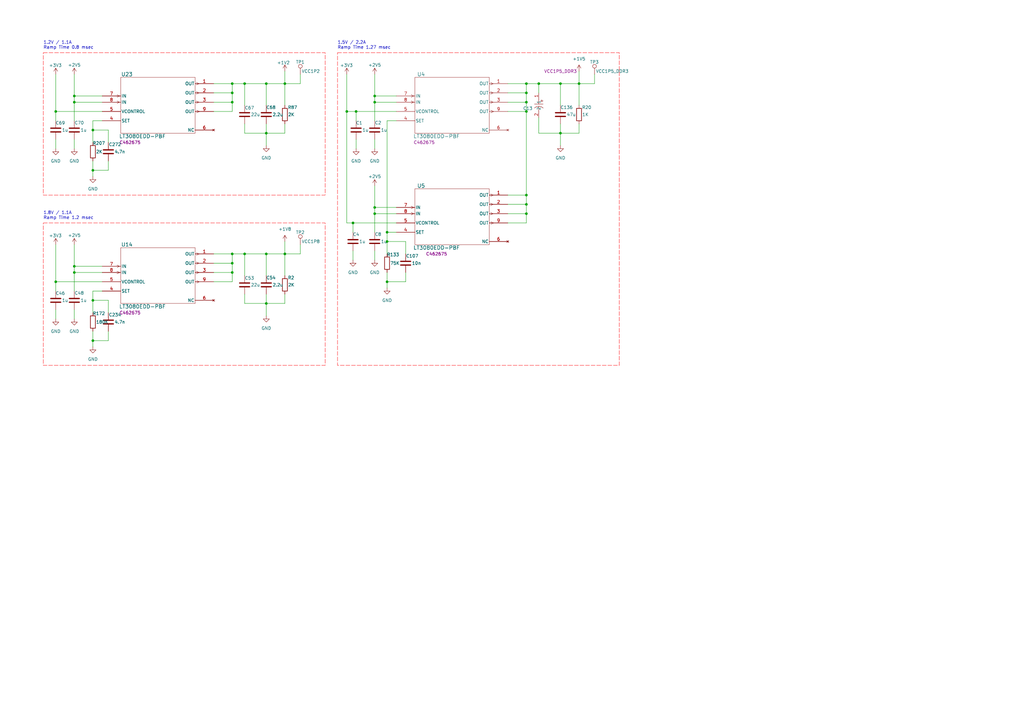
<source format=kicad_sch>
(kicad_sch (version 20230121) (generator eeschema)
  (paper "A3")
  (title_block (title "Shell-Shock Board") (date "2026-02-07") (company "Nordfix") (comment 1 "Power - 1.2V, 1.5V, 1.9V, 9V "))
  (lib_symbols
    (symbol "Connector:TestPoint" (pin_numbers hide) (pin_names (offset 0.762) hide)
      (property "Reference" "TP" (at 0 6.858 0))
      (property "Value" "TestPoint" (at 0 5.08 0))
      (symbol "TestPoint_0_1"
        (circle (center 0 3.302) (radius 0.762))
      )
      (symbol "TestPoint_1_1"
        (pin passive line (at 0 0 90) (length 2.54) (name "1") (number "1"))
      )
    )
    (symbol "Device:C" (pin_numbers hide) (pin_names (offset 0.254))
      (property "Reference" "C" (at 0.635 2.54 0))
      (property "Value" "C" (at 0.635 -2.54 0))
      (symbol "C_0_1"
        (polyline (pts (xy -2.032 -0.762) (xy 2.032 -0.762)) (stroke (width 0.508)))
        (polyline (pts (xy -2.032 0.762) (xy 2.032 0.762)) (stroke (width 0.508)))
      )
      (symbol "C_1_1"
        (pin passive line (at 0 3.81 270) (length 2.794) (name "~") (number "1"))
        (pin passive line (at 0 -3.81 90) (length 2.794) (name "~") (number "2"))
      )
    )
    (symbol "Device:R" (pin_numbers hide) (pin_names (offset 0))
      (property "Reference" "R" (at 2.032 0 90))
      (property "Value" "R" (at 0 0 90))
      (symbol "R_0_1"
        (rectangle (start -1.016 -2.54) (end 1.016 2.54) (stroke (width 0.254)))
      )
      (symbol "R_1_1"
        (pin passive line (at 0 3.81 270) (length 1.27) (name "~") (number "1"))
        (pin passive line (at 0 -3.81 90) (length 1.27) (name "~") (number "2"))
      )
    )
    (symbol "LCSC:T520A107M006ATE070"
      (property "Reference" "C" (at 0 5.08 0))
      (property "Value" "T520A107M006ATE070" (at 0 -5.08 0))
      (symbol "T520A107M006ATE070_0_1"
        (polyline (pts (xy -2.54 0) (xy -0.51 0)))
        (polyline (pts (xy -2.29 1.27) (xy -1.27 1.27)))
        (polyline (pts (xy -1.78 1.78) (xy -1.78 0.76)))
        (polyline (pts (xy -0.51 1.78) (xy -0.51 -1.78)))
        (polyline (pts (xy 0.51 0) (xy 2.54 0)))
        (arc (start 1.15 1.79) (mid 0.4221 0.024) (end 1.13 -1.75))
        (pin input line (at -5.08 0 0) (length 2.54) (name "1") (number "1"))
        (pin input line (at 5.08 0 180) (length 2.54) (name "2") (number "2"))
      )
    )
    (symbol "LT3080:LT3080EDD-PBF" (pin_names (offset 0.254))
      (property "Reference" "U1" (at 10.16 6.35 0))
      (property "Value" "LT3080EDD-PBF" (at 16.51 -19.05 0))
      (symbol "LT3080EDD-PBF_0_1"
        (polyline (pts (xy 7.0993 -5.08) (xy 6.0579 -5.6007)) (stroke (width 0.127)))
        (polyline (pts (xy 7.0993 -5.08) (xy 6.0579 -4.5593)) (stroke (width 0.127)))
        (polyline (pts (xy 7.0993 -2.54) (xy 6.0579 -3.0607)) (stroke (width 0.127)))
        (polyline (pts (xy 7.0993 -2.54) (xy 6.0579 -2.0193)) (stroke (width 0.127)))
        (polyline (pts (xy 7.62 -17.78) (xy 38.1 -17.78)) (stroke (width 0.127)))
        (polyline (pts (xy 7.62 5.08) (xy 7.62 -17.78)) (stroke (width 0.127)))
        (polyline (pts (xy 38.1 -17.78) (xy 38.1 5.08)) (stroke (width 0.127)))
        (polyline (pts (xy 38.1 5.08) (xy 7.62 5.08)) (stroke (width 0.127)))
        (polyline (pts (xy 38.6207 -5.6007) (xy 39.6621 -5.08)) (stroke (width 0.127)))
        (polyline (pts (xy 38.6207 -4.5593) (xy 39.6621 -5.08)) (stroke (width 0.127)))
        (polyline (pts (xy 38.6207 -1.7907) (xy 39.6621 -1.27)) (stroke (width 0.127)))
        (polyline (pts (xy 38.6207 -0.7493) (xy 39.6621 -1.27)) (stroke (width 0.127)))
        (polyline (pts (xy 38.6428 1.9897) (xy 39.6842 2.5104)) (stroke (width 0.127)))
        (polyline (pts (xy 38.6428 3.0311) (xy 39.6842 2.5104)) (stroke (width 0.127)))
        (polyline (pts (xy 38.749 -9.4309) (xy 39.7904 -8.9102)) (stroke (width 0.127)))
        (polyline (pts (xy 38.749 -8.3895) (xy 39.7904 -8.9102)) (stroke (width 0.127)))
        (pin output line (at 45.72 2.54 180) (length 7.62) (name "OUT") (number "1"))
        (pin output line (at 45.72 -1.27 180) (length 7.62) (name "OUT") (number "2"))
        (pin output line (at 45.72 -5.08 180) (length 7.62) (name "OUT") (number "3"))
        (pin input line (at 0 -12.7 0) (length 7.62) (name "SET") (number "4"))
        (pin power_in line (at 0 -8.89 0) (length 7.62) (name "VCONTROL") (number "5"))
        (pin no_connect line (at 45.72 -16.51 180) (length 7.62) (name "NC") (number "6"))
        (pin input line (at 0 -2.54 0) (length 7.62) (name "IN") (number "7"))
        (pin input line (at 0 -5.08 0) (length 7.62) (name "IN") (number "8"))
      )
      (symbol "LT3080EDD-PBF_1_1"
        (pin output line (at 45.72 -8.89 180) (length 7.62) (name "OUT") (number "9"))
      )
    )
    (symbol "LT3080EDD-PBF_1" (pin_names (offset 0.254))
      (property "Reference" "U14" (at 10.16 6.35 0))
      (property "Value" "LT3080EDD-PBF" (at 16.51 -19.05 0))
      (symbol "LT3080EDD-PBF_1_0_1"
        (polyline (pts (xy 7.0993 -5.08) (xy 6.0579 -5.6007)) (stroke (width 0.127)))
        (polyline (pts (xy 7.0993 -5.08) (xy 6.0579 -4.5593)) (stroke (width 0.127)))
        (polyline (pts (xy 7.0993 -2.54) (xy 6.0579 -3.0607)) (stroke (width 0.127)))
        (polyline (pts (xy 7.0993 -2.54) (xy 6.0579 -2.0193)) (stroke (width 0.127)))
        (polyline (pts (xy 7.62 -17.78) (xy 38.1 -17.78)) (stroke (width 0.127)))
        (polyline (pts (xy 7.62 5.08) (xy 7.62 -17.78)) (stroke (width 0.127)))
        (polyline (pts (xy 38.1 -17.78) (xy 38.1 5.08)) (stroke (width 0.127)))
        (polyline (pts (xy 38.1 5.08) (xy 7.62 5.08)) (stroke (width 0.127)))
        (polyline (pts (xy 38.6207 -5.6007) (xy 39.6621 -5.08)) (stroke (width 0.127)))
        (polyline (pts (xy 38.6207 -4.5593) (xy 39.6621 -5.08)) (stroke (width 0.127)))
        (polyline (pts (xy 38.6207 -1.7907) (xy 39.6621 -1.27)) (stroke (width 0.127)))
        (polyline (pts (xy 38.6207 -0.7493) (xy 39.6621 -1.27)) (stroke (width 0.127)))
        (polyline (pts (xy 38.6428 1.9897) (xy 39.6842 2.5104)) (stroke (width 0.127)))
        (polyline (pts (xy 38.6428 3.0311) (xy 39.6842 2.5104)) (stroke (width 0.127)))
        (polyline (pts (xy 38.749 -9.4309) (xy 39.7904 -8.9102)) (stroke (width 0.127)))
        (polyline (pts (xy 38.749 -8.3895) (xy 39.7904 -8.9102)) (stroke (width 0.127)))
        (pin output line (at 45.72 2.54 180) (length 7.62) (name "OUT") (number "1"))
        (pin output line (at 45.72 -1.27 180) (length 7.62) (name "OUT") (number "2"))
        (pin output line (at 45.72 -5.08 180) (length 7.62) (name "OUT") (number "3"))
        (pin input line (at 0 -12.7 0) (length 7.62) (name "SET") (number "4"))
        (pin power_in line (at 0 -8.89 0) (length 7.62) (name "VCONTROL") (number "5"))
        (pin no_connect line (at 45.72 -16.51 180) (length 7.62) (name "NC") (number "6"))
        (pin input line (at 0 -2.54 0) (length 7.62) (name "IN") (number "7"))
        (pin input line (at 0 -5.08 0) (length 7.62) (name "IN") (number "8"))
      )
      (symbol "LT3080EDD-PBF_1_1_1"
        (pin output line (at 45.72 -8.89 180) (length 7.62) (name "OUT") (number "9"))
      )
    )
    (symbol "LT3080EDD-PBF_2" (pin_names (offset 0.254))
      (property "Reference" "U1" (at 10.16 6.35 0))
      (property "Value" "LT3080EDD-PBF" (at 16.51 -19.05 0))
      (symbol "LT3080EDD-PBF_2_0_1"
        (polyline (pts (xy 7.0993 -5.08) (xy 6.0579 -5.6007)) (stroke (width 0.127)))
        (polyline (pts (xy 7.0993 -5.08) (xy 6.0579 -4.5593)) (stroke (width 0.127)))
        (polyline (pts (xy 7.0993 -2.54) (xy 6.0579 -3.0607)) (stroke (width 0.127)))
        (polyline (pts (xy 7.0993 -2.54) (xy 6.0579 -2.0193)) (stroke (width 0.127)))
        (polyline (pts (xy 7.62 -17.78) (xy 38.1 -17.78)) (stroke (width 0.127)))
        (polyline (pts (xy 7.62 5.08) (xy 7.62 -17.78)) (stroke (width 0.127)))
        (polyline (pts (xy 38.1 -17.78) (xy 38.1 5.08)) (stroke (width 0.127)))
        (polyline (pts (xy 38.1 5.08) (xy 7.62 5.08)) (stroke (width 0.127)))
        (polyline (pts (xy 38.6207 -5.6007) (xy 39.6621 -5.08)) (stroke (width 0.127)))
        (polyline (pts (xy 38.6207 -4.5593) (xy 39.6621 -5.08)) (stroke (width 0.127)))
        (polyline (pts (xy 38.6207 -1.7907) (xy 39.6621 -1.27)) (stroke (width 0.127)))
        (polyline (pts (xy 38.6207 -0.7493) (xy 39.6621 -1.27)) (stroke (width 0.127)))
        (polyline (pts (xy 38.6428 1.9897) (xy 39.6842 2.5104)) (stroke (width 0.127)))
        (polyline (pts (xy 38.6428 3.0311) (xy 39.6842 2.5104)) (stroke (width 0.127)))
        (polyline (pts (xy 38.749 -9.4309) (xy 39.7904 -8.9102)) (stroke (width 0.127)))
        (polyline (pts (xy 38.749 -8.3895) (xy 39.7904 -8.9102)) (stroke (width 0.127)))
        (pin output line (at 45.72 2.54 180) (length 7.62) (name "OUT") (number "1"))
        (pin output line (at 45.72 -1.27 180) (length 7.62) (name "OUT") (number "2"))
        (pin output line (at 45.72 -5.08 180) (length 7.62) (name "OUT") (number "3"))
        (pin input line (at 0 -12.7 0) (length 7.62) (name "SET") (number "4"))
        (pin power_in line (at 0 -8.89 0) (length 7.62) (name "VCONTROL") (number "5"))
        (pin no_connect line (at 45.72 -16.51 180) (length 7.62) (name "NC") (number "6"))
        (pin input line (at 0 -2.54 0) (length 7.62) (name "IN") (number "7"))
        (pin input line (at 0 -5.08 0) (length 7.62) (name "IN") (number "8"))
      )
      (symbol "LT3080EDD-PBF_2_1_1"
        (pin output line (at 45.72 -8.89 180) (length 7.62) (name "OUT") (number "9"))
      )
    )
    (symbol "LT3080EDD-PBF_3" (pin_names (offset 0.254))
      (property "Reference" "U1" (at 10.16 6.35 0))
      (property "Value" "LT3080EDD-PBF" (at 16.51 -19.05 0))
      (symbol "LT3080EDD-PBF_3_0_1"
        (polyline (pts (xy 7.0993 -5.08) (xy 6.0579 -5.6007)) (stroke (width 0.127)))
        (polyline (pts (xy 7.0993 -5.08) (xy 6.0579 -4.5593)) (stroke (width 0.127)))
        (polyline (pts (xy 7.0993 -2.54) (xy 6.0579 -3.0607)) (stroke (width 0.127)))
        (polyline (pts (xy 7.0993 -2.54) (xy 6.0579 -2.0193)) (stroke (width 0.127)))
        (polyline (pts (xy 7.62 -17.78) (xy 38.1 -17.78)) (stroke (width 0.127)))
        (polyline (pts (xy 7.62 5.08) (xy 7.62 -17.78)) (stroke (width 0.127)))
        (polyline (pts (xy 38.1 -17.78) (xy 38.1 5.08)) (stroke (width 0.127)))
        (polyline (pts (xy 38.1 5.08) (xy 7.62 5.08)) (stroke (width 0.127)))
        (polyline (pts (xy 38.6207 -5.6007) (xy 39.6621 -5.08)) (stroke (width 0.127)))
        (polyline (pts (xy 38.6207 -4.5593) (xy 39.6621 -5.08)) (stroke (width 0.127)))
        (polyline (pts (xy 38.6207 -1.7907) (xy 39.6621 -1.27)) (stroke (width 0.127)))
        (polyline (pts (xy 38.6207 -0.7493) (xy 39.6621 -1.27)) (stroke (width 0.127)))
        (polyline (pts (xy 38.6428 1.9897) (xy 39.6842 2.5104)) (stroke (width 0.127)))
        (polyline (pts (xy 38.6428 3.0311) (xy 39.6842 2.5104)) (stroke (width 0.127)))
        (polyline (pts (xy 38.749 -9.4309) (xy 39.7904 -8.9102)) (stroke (width 0.127)))
        (polyline (pts (xy 38.749 -8.3895) (xy 39.7904 -8.9102)) (stroke (width 0.127)))
        (pin output line (at 45.72 2.54 180) (length 7.62) (name "OUT") (number "1"))
        (pin output line (at 45.72 -1.27 180) (length 7.62) (name "OUT") (number "2"))
        (pin output line (at 45.72 -5.08 180) (length 7.62) (name "OUT") (number "3"))
        (pin input line (at 0 -12.7 0) (length 7.62) (name "SET") (number "4"))
        (pin power_in line (at 0 -8.89 0) (length 7.62) (name "VCONTROL") (number "5"))
        (pin no_connect line (at 45.72 -16.51 180) (length 7.62) (name "NC") (number "6"))
        (pin input line (at 0 -2.54 0) (length 7.62) (name "IN") (number "7"))
        (pin input line (at 0 -5.08 0) (length 7.62) (name "IN") (number "8"))
      )
      (symbol "LT3080EDD-PBF_3_1_1"
        (pin output line (at 45.72 -8.89 180) (length 7.62) (name "OUT") (number "9"))
      )
    )
    (symbol "power:+1V2" (power) (pin_names (offset 0))
      (property "Value" "+1V2" (at 0 3.556 0))
      (symbol "+1V2_0_1"
        (polyline (pts (xy -0.762 1.27) (xy 0 2.54)))
        (polyline (pts (xy 0 0) (xy 0 2.54)))
        (polyline (pts (xy 0 2.54) (xy 0.762 1.27)))
      )
      (symbol "+1V2_1_1"
        (pin power_in line (at 0 0 90) (length 0) hide (name "+1V2") (number "1"))
      )
    )
    (symbol "power:+1V5" (power) (pin_names (offset 0))
      (property "Value" "+1V5" (at 0 3.556 0))
      (symbol "+1V5_0_1"
        (polyline (pts (xy -0.762 1.27) (xy 0 2.54)))
        (polyline (pts (xy 0 0) (xy 0 2.54)))
        (polyline (pts (xy 0 2.54) (xy 0.762 1.27)))
      )
      (symbol "+1V5_1_1"
        (pin power_in line (at 0 0 90) (length 0) hide (name "+1V5") (number "1"))
      )
    )
    (symbol "power:+1V8" (power) (pin_names (offset 0))
      (property "Value" "+1V8" (at 0 3.556 0))
      (symbol "+1V8_0_1"
        (polyline (pts (xy -0.762 1.27) (xy 0 2.54)))
        (polyline (pts (xy 0 0) (xy 0 2.54)))
        (polyline (pts (xy 0 2.54) (xy 0.762 1.27)))
      )
      (symbol "+1V8_1_1"
        (pin power_in line (at 0 0 90) (length 0) hide (name "+1V8") (number "1"))
      )
    )
    (symbol "power:+2V5" (power) (pin_names (offset 0))
      (property "Value" "+2V5" (at 0 3.556 0))
      (symbol "+2V5_0_1"
        (polyline (pts (xy -0.762 1.27) (xy 0 2.54)))
        (polyline (pts (xy 0 0) (xy 0 2.54)))
        (polyline (pts (xy 0 2.54) (xy 0.762 1.27)))
      )
      (symbol "+2V5_1_1"
        (pin power_in line (at 0 0 90) (length 0) hide (name "+2V5") (number "1"))
      )
    )
    (symbol "power:+3V3" (power) (pin_names (offset 0))
      (property "Value" "+3V3" (at 0 3.556 0))
      (symbol "+3V3_0_1"
        (polyline (pts (xy -0.762 1.27) (xy 0 2.54)))
        (polyline (pts (xy 0 0) (xy 0 2.54)))
        (polyline (pts (xy 0 2.54) (xy 0.762 1.27)))
      )
      (symbol "+3V3_1_1"
        (pin power_in line (at 0 0 90) (length 0) hide (name "+3V3") (number "1"))
      )
    )
    (symbol "power:GND" (power) (pin_names (offset 0))
      (property "Value" "GND" (at 0 -3.81 0))
      (symbol "GND_0_1"
        (polyline (pts (xy 0 0) (xy 0 -1.27) (xy 1.27 -1.27) (xy 0 -2.54) (xy -1.27 -1.27) (xy 0 -1.27)))
      )
      (symbol "GND_1_1"
        (pin power_in line (at 0 0 270) (length 0) hide (name "GND") (number "1"))
      )
    )
  )
  (junction (at 220.98 34.29))
  (junction (at 153.67 85.09))
  (junction (at 109.22 104.14))
  (junction (at 153.67 41.91))
  (junction (at 38.1 139.7))
  (junction (at 109.22 54.61))
  (junction (at 95.25 41.91))
  (junction (at 95.25 38.1))
  (junction (at 95.25 34.29))
  (junction (at 215.9 41.91))
  (junction (at 109.22 124.46))
  (junction (at 237.49 34.29))
  (junction (at 142.24 45.72))
  (junction (at 95.25 111.76))
  (junction (at 109.22 34.29))
  (junction (at 22.86 45.72))
  (junction (at 95.25 107.95))
  (junction (at 158.75 95.25))
  (junction (at 158.75 115.57))
  (junction (at 22.86 115.57))
  (junction (at 100.33 34.29))
  (junction (at 153.67 39.37))
  (junction (at 116.84 104.14))
  (junction (at 215.9 83.82))
  (junction (at 144.78 91.44))
  (junction (at 116.84 34.29))
  (junction (at 95.25 104.14))
  (junction (at 158.75 99.06))
  (junction (at 215.9 38.1))
  (junction (at 38.1 53.34))
  (junction (at 229.87 34.29))
  (junction (at 215.9 45.72))
  (junction (at 30.48 109.22))
  (junction (at 146.05 45.72))
  (junction (at 153.67 87.63))
  (junction (at 30.48 111.76))
  (junction (at 229.87 54.61))
  (junction (at 38.1 69.85))
  (junction (at 38.1 123.19))
  (junction (at 30.48 41.91))
  (junction (at 215.9 34.29))
  (junction (at 215.9 87.63))
  (junction (at 100.33 104.14))
  (junction (at 215.9 80.01))
  (junction (at 30.48 39.37))
  (wire (pts (xy 243.84 34.29) (xy 243.84 30.48)))
  (wire (pts (xy 116.84 104.14) (xy 123.19 104.14)))
  (wire (pts (xy 153.67 41.91) (xy 153.67 49.53)))
  (wire (pts (xy 109.22 104.14) (xy 116.84 104.14)))
  (wire (pts (xy 142.24 45.72) (xy 142.24 91.44)))
  (wire (pts (xy 158.75 115.57) (xy 166.37 115.57)))
  (wire (pts (xy 153.67 102.87) (xy 153.67 106.68)))
  (wire (pts (xy 237.49 34.29) (xy 243.84 34.29)))
  (wire (pts (xy 109.22 54.61) (xy 116.84 54.61)))
  (wire (pts (xy 100.33 34.29) (xy 109.22 34.29)))
  (wire (pts (xy 109.22 129.54) (xy 109.22 124.46)))
  (wire (pts (xy 22.86 45.72) (xy 22.86 49.53)))
  (wire (pts (xy 142.24 30.48) (xy 142.24 45.72)))
  (wire (pts (xy 220.98 34.29) (xy 220.98 38.1)))
  (wire (pts (xy 95.25 107.95) (xy 95.25 111.76)))
  (wire (pts (xy 38.1 123.19) (xy 38.1 119.38)))
  (wire (pts (xy 158.75 49.53) (xy 162.56 49.53)))
  (wire (pts (xy 237.49 50.8) (xy 237.49 54.61)))
  (wire (pts (xy 153.67 85.09) (xy 162.56 85.09)))
  (wire (pts (xy 109.22 59.69) (xy 109.22 54.61)))
  (wire (pts (xy 30.48 39.37) (xy 30.48 41.91)))
  (wire (pts (xy 237.49 34.29) (xy 237.49 43.18)))
  (wire (pts (xy 220.98 48.26) (xy 220.98 54.61)))
  (wire (pts (xy 208.28 41.91) (xy 215.9 41.91)))
  (wire (pts (xy 87.63 38.1) (xy 95.25 38.1)))
  (wire (pts (xy 116.84 34.29) (xy 116.84 43.18)))
  (wire (pts (xy 158.75 115.57) (xy 158.75 118.11)))
  (wire (pts (xy 95.25 107.95) (xy 95.25 104.14)))
  (wire (pts (xy 215.9 45.72) (xy 215.9 80.01)))
  (wire (pts (xy 100.33 34.29) (xy 100.33 43.18)))
  (wire (pts (xy 44.45 128.27) (xy 44.45 123.19)))
  (wire (pts (xy 87.63 107.95) (xy 95.25 107.95)))
  (wire (pts (xy 116.84 99.06) (xy 116.84 104.14)))
  (wire (pts (xy 153.67 87.63) (xy 162.56 87.63)))
  (wire (pts (xy 237.49 29.21) (xy 237.49 34.29)))
  (wire (pts (xy 38.1 128.27) (xy 38.1 123.19)))
  (wire (pts (xy 109.22 34.29) (xy 116.84 34.29)))
  (wire (pts (xy 30.48 39.37) (xy 41.91 39.37)))
  (wire (pts (xy 153.67 39.37) (xy 153.67 30.48)))
  (wire (pts (xy 44.45 69.85) (xy 44.45 66.04)))
  (wire (pts (xy 109.22 104.14) (xy 109.22 113.03)))
  (wire (pts (xy 22.86 57.15) (xy 22.86 60.96)))
  (wire (pts (xy 44.45 53.34) (xy 38.1 53.34)))
  (wire (pts (xy 166.37 115.57) (xy 166.37 111.76)))
  (wire (pts (xy 158.75 99.06) (xy 158.75 95.25)))
  (wire (pts (xy 30.48 109.22) (xy 30.48 100.33)))
  (wire (pts (xy 116.84 34.29) (xy 123.19 34.29)))
  (wire (pts (xy 38.1 69.85) (xy 38.1 72.39)))
  (wire (pts (xy 123.19 104.14) (xy 123.19 100.33)))
  (wire (pts (xy 87.63 115.57) (xy 95.25 115.57)))
  (wire (pts (xy 215.9 38.1) (xy 215.9 34.29)))
  (wire (pts (xy 215.9 34.29) (xy 220.98 34.29)))
  (wire (pts (xy 44.45 139.7) (xy 44.45 135.89)))
  (wire (pts (xy 146.05 45.72) (xy 162.56 45.72)))
  (wire (pts (xy 87.63 45.72) (xy 95.25 45.72)))
  (wire (pts (xy 30.48 39.37) (xy 30.48 30.48)))
  (wire (pts (xy 38.1 58.42) (xy 38.1 53.34)))
  (wire (pts (xy 100.33 104.14) (xy 100.33 113.03)))
  (wire (pts (xy 87.63 111.76) (xy 95.25 111.76)))
  (wire (pts (xy 38.1 135.89) (xy 38.1 139.7)))
  (wire (pts (xy 38.1 119.38) (xy 41.91 119.38)))
  (wire (pts (xy 215.9 38.1) (xy 215.9 41.91)))
  (wire (pts (xy 158.75 95.25) (xy 162.56 95.25)))
  (wire (pts (xy 166.37 99.06) (xy 158.75 99.06)))
  (wire (pts (xy 95.25 104.14) (xy 100.33 104.14)))
  (wire (pts (xy 30.48 41.91) (xy 41.91 41.91)))
  (wire (pts (xy 95.25 38.1) (xy 95.25 41.91)))
  (wire (pts (xy 30.48 57.15) (xy 30.48 60.96)))
  (wire (pts (xy 38.1 69.85) (xy 44.45 69.85)))
  (wire (pts (xy 144.78 102.87) (xy 144.78 106.68)))
  (wire (pts (xy 109.22 34.29) (xy 109.22 43.18)))
  (wire (pts (xy 153.67 41.91) (xy 162.56 41.91)))
  (wire (pts (xy 220.98 34.29) (xy 229.87 34.29)))
  (wire (pts (xy 123.19 34.29) (xy 123.19 30.48)))
  (wire (pts (xy 146.05 45.72) (xy 146.05 49.53)))
  (wire (pts (xy 146.05 45.72) (xy 142.24 45.72)))
  (wire (pts (xy 208.28 80.01) (xy 215.9 80.01)))
  (wire (pts (xy 146.05 57.15) (xy 146.05 60.96)))
  (wire (pts (xy 44.45 123.19) (xy 38.1 123.19)))
  (wire (pts (xy 144.78 91.44) (xy 162.56 91.44)))
  (wire (pts (xy 153.67 87.63) (xy 153.67 95.25)))
  (wire (pts (xy 153.67 57.15) (xy 153.67 60.96)))
  (wire (pts (xy 87.63 41.91) (xy 95.25 41.91)))
  (wire (pts (xy 158.75 49.53) (xy 158.75 95.25)))
  (wire (pts (xy 109.22 124.46) (xy 116.84 124.46)))
  (wire (pts (xy 30.48 111.76) (xy 30.48 119.38)))
  (wire (pts (xy 144.78 91.44) (xy 142.24 91.44)))
  (wire (pts (xy 44.45 58.42) (xy 44.45 53.34)))
  (wire (pts (xy 116.84 104.14) (xy 116.84 113.03)))
  (wire (pts (xy 229.87 54.61) (xy 237.49 54.61)))
  (wire (pts (xy 215.9 83.82) (xy 215.9 87.63)))
  (wire (pts (xy 100.33 50.8) (xy 100.33 54.61)))
  (wire (pts (xy 215.9 41.91) (xy 215.9 45.72)))
  (wire (pts (xy 153.67 39.37) (xy 153.67 41.91)))
  (wire (pts (xy 38.1 139.7) (xy 38.1 142.24)))
  (wire (pts (xy 208.28 34.29) (xy 215.9 34.29)))
  (wire (pts (xy 30.48 109.22) (xy 30.48 111.76)))
  (wire (pts (xy 109.22 50.8) (xy 109.22 54.61)))
  (wire (pts (xy 38.1 139.7) (xy 44.45 139.7)))
  (wire (pts (xy 116.84 50.8) (xy 116.84 54.61)))
  (wire (pts (xy 38.1 49.53) (xy 41.91 49.53)))
  (wire (pts (xy 215.9 83.82) (xy 215.9 80.01)))
  (wire (pts (xy 116.84 120.65) (xy 116.84 124.46)))
  (wire (pts (xy 30.48 109.22) (xy 41.91 109.22)))
  (wire (pts (xy 30.48 41.91) (xy 30.48 49.53)))
  (wire (pts (xy 153.67 39.37) (xy 162.56 39.37)))
  (wire (pts (xy 153.67 85.09) (xy 153.67 76.2)))
  (wire (pts (xy 229.87 34.29) (xy 237.49 34.29)))
  (wire (pts (xy 87.63 104.14) (xy 95.25 104.14)))
  (wire (pts (xy 22.86 127) (xy 22.86 130.81)))
  (wire (pts (xy 109.22 54.61) (xy 100.33 54.61)))
  (wire (pts (xy 30.48 127) (xy 30.48 130.81)))
  (wire (pts (xy 229.87 54.61) (xy 220.98 54.61)))
  (wire (pts (xy 208.28 38.1) (xy 215.9 38.1)))
  (wire (pts (xy 95.25 38.1) (xy 95.25 34.29)))
  (wire (pts (xy 215.9 87.63) (xy 215.9 91.44)))
  (wire (pts (xy 208.28 45.72) (xy 215.9 45.72)))
  (wire (pts (xy 144.78 91.44) (xy 144.78 95.25)))
  (wire (pts (xy 22.86 115.57) (xy 41.91 115.57)))
  (wire (pts (xy 229.87 34.29) (xy 229.87 43.18)))
  (wire (pts (xy 95.25 34.29) (xy 100.33 34.29)))
  (wire (pts (xy 116.84 29.21) (xy 116.84 34.29)))
  (wire (pts (xy 38.1 53.34) (xy 38.1 49.53)))
  (wire (pts (xy 22.86 45.72) (xy 41.91 45.72)))
  (wire (pts (xy 208.28 87.63) (xy 215.9 87.63)))
  (wire (pts (xy 109.22 124.46) (xy 100.33 124.46)))
  (wire (pts (xy 22.86 100.33) (xy 22.86 115.57)))
  (wire (pts (xy 229.87 59.69) (xy 229.87 54.61)))
  (wire (pts (xy 229.87 50.8) (xy 229.87 54.61)))
  (wire (pts (xy 100.33 104.14) (xy 109.22 104.14)))
  (wire (pts (xy 22.86 30.48) (xy 22.86 45.72)))
  (wire (pts (xy 30.48 111.76) (xy 41.91 111.76)))
  (wire (pts (xy 109.22 120.65) (xy 109.22 124.46)))
  (wire (pts (xy 158.75 111.76) (xy 158.75 115.57)))
  (wire (pts (xy 158.75 104.14) (xy 158.75 99.06)))
  (wire (pts (xy 87.63 34.29) (xy 95.25 34.29)))
  (wire (pts (xy 100.33 120.65) (xy 100.33 124.46)))
  (wire (pts (xy 95.25 41.91) (xy 95.25 45.72)))
  (wire (pts (xy 22.86 115.57) (xy 22.86 119.38)))
  (wire (pts (xy 208.28 83.82) (xy 215.9 83.82)))
  (wire (pts (xy 166.37 104.14) (xy 166.37 99.06)))
  (wire (pts (xy 208.28 91.44) (xy 215.9 91.44)))
  (wire (pts (xy 95.25 111.76) (xy 95.25 115.57)))
  (wire (pts (xy 38.1 66.04) (xy 38.1 69.85)))
  (wire (pts (xy 153.67 85.09) (xy 153.67 87.63)))
  (rectangle (start 17.78 91.44) (end 133.35 149.86) (stroke (width 0) (type dash) (color 255 0 7 1)))
  (rectangle (start 138.43 21.59) (end 254 149.86) (stroke (width 0) (type dash) (color 255 0 7 1)))
  (rectangle (start 17.78 21.59) (end 133.35 80.01) (stroke (width 0) (type dash) (color 255 0 7 1)))
  (text "1.2V / 1.1A\nRamp Time 0.8 msec" (at 17.78 20.32 0) (effects (font (size 1.27 1.27)) (justify left bottom)))
  (text "1.8V / 1.1A\nRamp Time 1.2 msec" (at 17.78 90.17 0) (effects (font (size 1.27 1.27)) (justify left bottom)))
  (text "1.5V / 2.2A\nRamp Time 1.27 msec" (at 138.43 20.32 0) (effects (font (size 1.27 1.27)) (justify left bottom)))
  (symbol (lib_id "Device:C") (at 22.86 53.34 0) (unit 1)
    (property "Reference" "C69" (at 22.7954 50.4264 0) (effects (justify left)))
    (property "Value" "1u" (at 25.4 53.34 0) (effects (justify left)))
    (property "Footprint" "Capacitor_SMD:C_0402_1005Metric" (effects hide))
  )
  (symbol (lib_id "Connector:TestPoint") (at 123.19 100.33 0) (unit 1)
    (property "Reference" "TP2" (at 121.2928 95.3138 0) (effects (justify left)))
    (property "Value" "VCC1P8" (at 123.6804 99.051 0) (effects (justify left)))
    (property "Footprint" "TestPoint:TestPoint_Pad_D1.0mm" (effects hide))
  )
  (symbol (lib_id "power:+3V3") (at 22.86 100.33 0) (unit 1)
    (property "Reference" "#PWR08" (effects hide))
    (property "Value" "+3V3" (at 22.7017 96.6376 0))
  )
  (symbol (lib_id "power:GND") (at 30.48 60.96 0) (unit 1)
    (property "Reference" "#PWR06" (effects hide))
    (property "Value" "GND" (at 30.48 66.04 0))
  )
  (symbol (lib_id "power:GND") (at 158.75 118.11 0) (unit 1)
    (property "Reference" "#PWR026" (effects hide))
    (property "Value" "GND" (at 158.75 123.19 0))
  )
  (symbol (lib_id "Device:C") (at 144.78 99.06 0) (unit 1)
    (property "Reference" "C4" (at 144.7154 96.1464 0) (effects (justify left)))
    (property "Value" "1u" (at 147.32 99.06 0) (effects (justify left)))
    (property "Footprint" "Capacitor_SMD:C_0402_1005Metric" (effects hide))
    (property "LCSC" "C14445" (effects hide))
  )
  (symbol (lib_id "Device:C") (at 146.05 53.34 0) (unit 1)
    (property "Reference" "C1" (at 145.9854 50.4264 0) (effects (justify left)))
    (property "Value" "1u" (at 148.59 53.34 0) (effects (justify left)))
    (property "Footprint" "Capacitor_SMD:C_0402_1005Metric" (effects hide))
    (property "LCSC" "C14445" (effects hide))
  )
  (symbol (lib_id "LT3080:LT3080EDD-PBF") (at 162.56 82.55 0) (unit 1)
    (property "Reference" "U5" (at 172.72 76.2 0) (effects (font (size 1.524 1.524))))
    (property "Value" "LT3080EDD-PBF" (at 179.07 101.6 0) (effects (font (size 1.524 1.524))))
    (property "Footprint" "LCSC:DFN-8_L3.0-W3.0-P0.50-BL-EP" (effects hide))
    (property "Datasheet" "https://www.analog.com/media/en/technical-documentation/data-sheets/lt3080.pdf" (effects hide))
    (property "LCSC" "C462675" (at 179.07 104.14 0))
  )
  (symbol (lib_id "Device:C") (at 30.48 53.34 0) (unit 1)
    (property "Reference" "C70" (at 30.545 50.3543 0) (effects (justify left)))
    (property "Value" "1u" (at 33.02 53.34 0) (effects (justify left)))
    (property "Footprint" "Capacitor_SMD:C_0402_1005Metric" (effects hide))
  )
  (symbol (lib_name "LT3080EDD-PBF_2") (lib_id "LT3080:LT3080EDD-PBF") (at 41.91 36.83 0) (unit 1)
    (property "Reference" "U23" (at 52.07 30.48 0) (effects (font (size 1.524 1.524))))
    (property "Value" "LT3080EDD-PBF" (at 58.42 55.88 0) (effects (font (size 1.524 1.524))))
    (property "Footprint" "LCSC:DFN-8_L3.0-W3.0-P0.50-BL-EP" (effects hide))
    (property "Datasheet" "https://www.analog.com/media/en/technical-documentation/data-sheets/lt3080.pdf" (effects hide))
    (property "LCSC" "C462675" (at 53.34 58.42 0))
  )
  (symbol (lib_name "LT3080EDD-PBF_3") (lib_id "LT3080:LT3080EDD-PBF") (at 162.56 36.83 0) (unit 1)
    (property "Reference" "U4" (at 172.72 30.48 0) (effects (font (size 1.524 1.524))))
    (property "Value" "LT3080EDD-PBF" (at 179.07 55.88 0) (effects (font (size 1.524 1.524))))
    (property "Footprint" "LCSC:DFN-8_L3.0-W3.0-P0.50-BL-EP" (effects hide))
    (property "Datasheet" "https://www.analog.com/media/en/technical-documentation/data-sheets/lt3080.pdf" (effects hide))
    (property "LCSC" "C462675" (at 173.99 58.42 0))
  )
  (symbol (lib_id "Device:C") (at 100.33 46.99 0) (unit 1)
    (property "Reference" "C67" (at 100.3752 44.2114 0) (effects (justify left)))
    (property "Value" "22u" (at 102.87 46.99 0) (effects (justify left)))
    (property "Footprint" "Capacitor_SMD:C_0805_2012Metric" (effects hide))
  )
  (symbol (lib_id "power:GND") (at 153.67 106.68 0) (unit 1)
    (property "Reference" "#PWR025" (effects hide))
    (property "Value" "GND" (at 153.67 111.76 0))
  )
  (symbol (lib_id "power:GND") (at 22.86 130.81 0) (unit 1)
    (property "Reference" "#PWR09" (effects hide))
    (property "Value" "GND" (at 22.86 135.89 0))
  )
  (symbol (lib_id "Device:C") (at 44.45 62.23 0) (unit 1)
    (property "Reference" "C272" (at 44.6026 59.2574 0) (effects (justify left)))
    (property "Value" "4.7n" (at 46.99 62.23 0) (effects (justify left)))
    (property "Footprint" "Capacitor_SMD:C_0402_1005Metric" (effects hide))
  )
  (symbol (lib_id "power:+2V5") (at 30.48 100.33 0) (unit 1)
    (property "Reference" "#PWR010" (effects hide))
    (property "Value" "+2V5" (at 30.48 96.52 0))
  )
  (symbol (lib_id "LCSC:T520A107M006ATE070") (at 220.98 43.18 270) (unit 1)
    (property "Reference" "C13" (at 218.44 44.45 90) (effects (justify right)))
    (property "Value" "T520A107M006ATE070" (effects hide))
    (property "Footprint" "easyeda2kicad:CAP-SMD_L3.2-W1.6" (effects hide))
    (property "Datasheet" "https://lcsc.com/product-detail/presales_KEMET-T520A107M006ATE070_C561794.html" (effects hide))
    (property "LCSC Part" "C561794" (effects hide))
  )
  (symbol (lib_id "power:+3V3") (at 22.86 30.48 0) (unit 1)
    (property "Reference" "#PWR02" (effects hide))
    (property "Value" "+3V3" (at 22.7017 26.7876 0))
  )
  (symbol (lib_id "Device:C") (at 44.45 132.08 0) (unit 1)
    (property "Reference" "C234" (at 44.6026 129.1074 0) (effects (justify left)))
    (property "Value" "4.7n" (at 46.99 132.08 0) (effects (justify left)))
    (property "Footprint" "Capacitor_SMD:C_0402_1005Metric" (effects hide))
    (property "LCSC" "C106208" (effects hide))
  )
  (symbol (lib_id "power:GND") (at 144.78 106.68 0) (unit 1)
    (property "Reference" "#PWR023" (effects hide))
    (property "Value" "GND" (at 144.78 111.76 0))
  )
  (symbol (lib_id "power:GND") (at 30.48 130.81 0) (unit 1)
    (property "Reference" "#PWR011" (effects hide))
    (property "Value" "GND" (at 30.48 135.89 0))
  )
  (symbol (lib_id "Device:C") (at 153.67 99.06 0) (unit 1)
    (property "Reference" "C8" (at 153.735 96.0743 0) (effects (justify left)))
    (property "Value" "1u" (at 156.21 99.06 0) (effects (justify left)))
    (property "Footprint" "Capacitor_SMD:C_0402_1005Metric" (effects hide))
    (property "LCSC" "C14445" (effects hide))
  )
  (symbol (lib_id "power:GND") (at 38.1 72.39 0) (unit 1)
    (property "Reference" "#PWR07" (effects hide))
    (property "Value" "GND" (at 38.1 77.47 0))
  )
  (symbol (lib_id "Device:R") (at 116.84 46.99 0) (unit 1)
    (property "Reference" "R87" (at 118.0228 44.0557 0) (effects (justify left)))
    (property "Value" "2K" (at 118.11 46.99 0) (effects (justify left)))
    (property "Footprint" "Resistor_SMD:R_0402_1005Metric" (effects hide))
    (property "LCSC" "C2909344" (effects hide))
  )
  (symbol (lib_id "power:GND") (at 109.22 129.54 0) (unit 1)
    (property "Reference" "#PWR013" (effects hide))
    (property "Value" "GND" (at 109.22 134.62 0))
  )
  (symbol (lib_id "Device:C") (at 30.48 123.19 0) (unit 1)
    (property "Reference" "C48" (at 30.545 120.2043 0) (effects (justify left)))
    (property "Value" "1u" (at 33.02 123.19 0) (effects (justify left)))
    (property "Footprint" "Capacitor_SMD:C_0402_1005Metric" (effects hide))
    (property "LCSC" "C14445" (effects hide))
  )
  (symbol (lib_id "power:+1V2") (at 116.84 29.21 0) (unit 1)
    (property "Reference" "#PWR04" (effects hide))
    (property "Value" "+1V2" (at 116.2341 25.708 0))
  )
  (symbol (lib_id "Device:C") (at 109.22 116.84 0) (unit 1)
    (property "Reference" "C54" (at 109.199 113.9057 0) (effects (justify left)))
    (property "Value" "2.2u" (at 111.76 116.84 0) (effects (justify left)))
    (property "Footprint" "Capacitor_SMD:C_0402_1005Metric" (effects hide))
    (property "LCSC" "C170151" (effects hide))
  )
  (symbol (lib_id "power:GND") (at 38.1 142.24 0) (unit 1)
    (property "Reference" "#PWR012" (effects hide))
    (property "Value" "GND" (at 38.1 147.32 0))
  )
  (symbol (lib_id "power:GND") (at 22.86 60.96 0) (unit 1)
    (property "Reference" "#PWR01" (effects hide))
    (property "Value" "GND" (at 22.86 66.04 0))
  )
  (symbol (lib_id "Connector:TestPoint") (at 123.19 30.48 0) (unit 1)
    (property "Reference" "TP1" (at 121.2928 25.4638 0) (effects (justify left)))
    (property "Value" "VCC1P2" (at 123.6804 29.201 0) (effects (justify left)))
    (property "Footprint" "TestPoint:TestPoint_Pad_D1.0mm" (effects hide))
  )
  (symbol (lib_id "Device:C") (at 229.87 46.99 0) (unit 1)
    (property "Reference" "C136" (at 229.849 44.0557 0) (effects (justify left)))
    (property "Value" "47u" (at 232.41 46.99 0) (effects (justify left)))
    (property "Footprint" "Capacitor_SMD:C_0805_2012Metric" (effects hide))
    (property "LCSC" "C16780" (effects hide))
  )
  (symbol (lib_id "power:GND") (at 109.22 59.69 0) (unit 1)
    (property "Reference" "#PWR03" (effects hide))
    (property "Value" "GND" (at 109.22 64.77 0))
  )
  (symbol (lib_id "power:+1V8") (at 116.84 99.06 0) (unit 1)
    (property "Reference" "#PWR014" (effects hide))
    (property "Value" "+1V8" (at 116.84 93.98 0))
  )
  (symbol (lib_id "Device:C") (at 166.37 107.95 0) (unit 1)
    (property "Reference" "C107" (at 166.5226 104.9774 0) (effects (justify left)))
    (property "Value" "10n" (at 168.91 107.95 0) (effects (justify left)))
    (property "Footprint" "Capacitor_SMD:C_0402_1005Metric" (effects hide))
    (property "LCSC" "C15195" (effects hide))
  )
  (symbol (lib_id "Device:R") (at 38.1 62.23 0) (unit 1)
    (property "Reference" "R207" (at 38.0063 58.7167 0) (effects (justify left)))
    (property "Value" "2K" (at 39.37 62.23 0) (effects (justify left)))
    (property "Footprint" "Resistor_SMD:R_0402_1005Metric" (effects hide))
  )
  (symbol (lib_id "power:GND") (at 146.05 60.96 0) (unit 1)
    (property "Reference" "#PWR016" (effects hide))
    (property "Value" "GND" (at 146.05 66.04 0))
  )
  (symbol (lib_id "Device:R") (at 116.84 116.84 0) (unit 1)
    (property "Reference" "R2" (at 118.0228 113.9057 0) (effects (justify left)))
    (property "Value" "2K" (at 118.11 116.84 0) (effects (justify left)))
    (property "Footprint" "Resistor_SMD:R_0402_1005Metric" (effects hide))
    (property "LCSC" "C2909344" (effects hide))
  )
  (symbol (lib_id "power:+3V3") (at 142.24 30.48 0) (unit 1)
    (property "Reference" "#PWR015" (effects hide))
    (property "Value" "+3V3" (at 142.0817 26.7876 0))
  )
  (symbol (lib_id "power:+2V5") (at 153.67 76.2 0) (unit 1)
    (property "Reference" "#PWR024" (effects hide))
    (property "Value" "+2V5" (at 153.67 72.39 0))
  )
  (symbol (lib_id "power:+2V5") (at 30.48 30.48 0) (unit 1)
    (property "Reference" "#PWR05" (effects hide))
    (property "Value" "+2V5" (at 30.48 26.67 0))
  )
  (symbol (lib_id "power:+1V5") (at 237.49 29.21 0) (unit 1)
    (property "Reference" "#PWR021" (effects hide))
    (property "Value" "+1V5" (at 237.49 24.13 0))
    (property "Field4" "VCC1P5_DDR3" (at 229.87 29.21 0))
  )
  (symbol (lib_id "Device:C") (at 22.86 123.19 0) (unit 1)
    (property "Reference" "C46" (at 22.7954 120.2764 0) (effects (justify left)))
    (property "Value" "1u" (at 25.4 123.19 0) (effects (justify left)))
    (property "Footprint" "Capacitor_SMD:C_0402_1005Metric" (effects hide))
    (property "LCSC" "C14445" (effects hide))
  )
  (symbol (lib_id "Device:C") (at 109.22 46.99 0) (unit 1)
    (property "Reference" "C68" (at 109.199 44.0557 0) (effects (justify left)))
    (property "Value" "2.2u" (at 111.76 46.99 0) (effects (justify left)))
    (property "Footprint" "Capacitor_SMD:C_0402_1005Metric" (effects hide))
  )
  (symbol (lib_id "Device:R") (at 237.49 46.99 0) (unit 1)
    (property "Reference" "R20" (at 238.6728 44.0557 0) (effects (justify left)))
    (property "Value" "1K" (at 238.76 46.99 0) (effects (justify left)))
    (property "Footprint" "Resistor_SMD:R_0402_1005Metric" (effects hide))
    (property "LCSC" "C106235" (effects hide))
  )
  (symbol (lib_id "power:GND") (at 229.87 59.69 0) (unit 1)
    (property "Reference" "#PWR020" (effects hide))
    (property "Value" "GND" (at 229.87 64.77 0))
  )
  (symbol (lib_id "Connector:TestPoint") (at 243.84 30.48 0) (unit 1)
    (property "Reference" "TP3" (at 241.9428 25.4638 0) (effects (justify left)))
    (property "Value" "VCC1P5_DDR3" (at 244.3304 29.201 0) (effects (justify left)))
    (property "Footprint" "TestPoint:TestPoint_Pad_D1.0mm" (effects hide))
  )
  (symbol (lib_id "power:+2V5") (at 153.67 30.48 0) (unit 1)
    (property "Reference" "#PWR017" (effects hide))
    (property "Value" "+2V5" (at 153.67 26.67 0))
  )
  (symbol (lib_name "LT3080EDD-PBF_1") (lib_id "LT3080:LT3080EDD-PBF") (at 41.91 106.68 0) (unit 1)
    (property "Reference" "U14" (at 52.07 100.33 0) (effects (font (size 1.524 1.524))))
    (property "Value" "LT3080EDD-PBF" (at 58.42 125.73 0) (effects (font (size 1.524 1.524))))
    (property "Footprint" "LCSC:DFN-8_L3.0-W3.0-P0.50-BL-EP" (effects hide))
    (property "Datasheet" "https://www.analog.com/media/en/technical-documentation/data-sheets/lt3080.pdf" (effects hide))
    (property "LCSC" "C462675" (at 53.34 128.27 0))
  )
  (symbol (lib_id "Device:C") (at 153.67 53.34 0) (unit 1)
    (property "Reference" "C2" (at 153.735 50.3543 0) (effects (justify left)))
    (property "Value" "1u" (at 156.21 53.34 0) (effects (justify left)))
    (property "Footprint" "Capacitor_SMD:C_0402_1005Metric" (effects hide))
    (property "LCSC" "C14445" (effects hide))
  )
  (symbol (lib_id "Device:C") (at 100.33 116.84 0) (unit 1)
    (property "Reference" "C53" (at 100.3752 114.0614 0) (effects (justify left)))
    (property "Value" "22u" (at 102.87 116.84 0) (effects (justify left)))
    (property "Footprint" "Capacitor_SMD:C_0805_2012Metric" (effects hide))
    (property "LCSC" "C602037" (effects hide))
  )
  (symbol (lib_id "power:GND") (at 153.67 60.96 0) (unit 1)
    (property "Reference" "#PWR018" (effects hide))
    (property "Value" "GND" (at 153.67 66.04 0))
  )
  (symbol (lib_id "Device:R") (at 38.1 132.08 0) (unit 1)
    (property "Reference" "R172" (at 38.0063 128.5667 0) (effects (justify left)))
    (property "Value" "180K" (at 39.37 132.08 0) (effects (justify left)))
    (property "Footprint" "Resistor_SMD:R_0402_1005Metric" (effects hide))
    (property "LCSC" "C138046" (effects hide))
  )
  (symbol (lib_id "Device:R") (at 158.75 107.95 0) (unit 1)
    (property "Reference" "R133" (at 158.6563 104.4367 0) (effects (justify left)))
    (property "Value" "75K" (at 160.02 107.95 0) (effects (justify left)))
    (property "Footprint" "Resistor_SMD:R_0402_1005Metric" (effects hide))
    (property "LCSC" "C2909383" (effects hide))
  )
)
</source>
